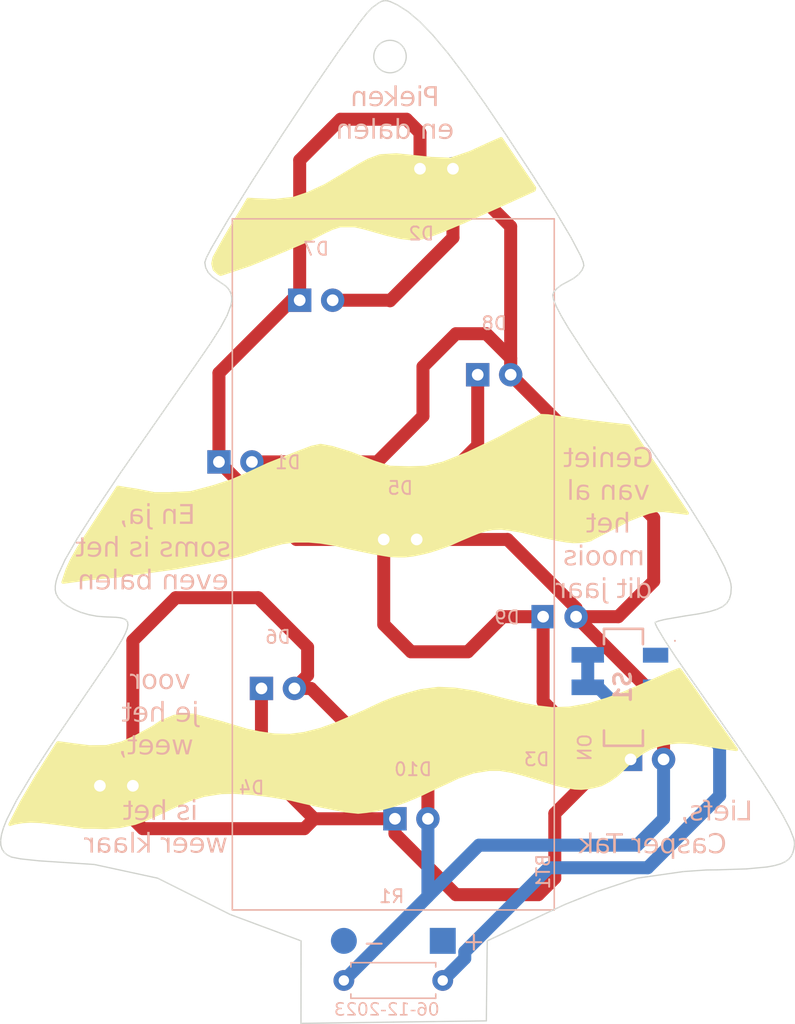
<source format=kicad_pcb>
(kicad_pcb (version 20221018) (generator pcbnew)
  (title_block (title "Christmas tree PCB") (date "2023-12-06") (rev "V0.1") (comment 1 "Casper R. Tak"))
  (layers (0 "F.Cu" signal) (31 "B.Cu" signal) (34 "B.Paste" user) (35 "F.Paste" user) (36 "B.SilkS" user "B.Silkscreen") (37 "F.SilkS" user "F.Silkscreen") (38 "B.Mask" user) (39 "F.Mask" user) (44 "Edge.Cuts" user))
  (net 0 "")
  (net 1 "Net-(BT1-+)")
  (net 2 "Net-(BT1--)")
  (net 3 "Net-(D1-A)")
  (net 4 "Net-(R1-Pad1)")
  (footprint "LED_THT:LED_D5.0mm_Clear" (layer "F.Cu") (at 126.492 78.486)
    (fp_text reference "D3" (at -7.239 0) (layer "B.SilkS") (effects (justify mirror)))
    (fp_text value "LED")
    (pad "1" thru_hole rect (at 0 0) (size 1.8 1.8) (drill 0.9) (layers "*.Cu" "*.Mask") (net 2 "Net-(BT1--)"))
    (pad "2" thru_hole circle (at 2.54 0) (size 1.8 1.8) (drill 0.9) (layers "*.Cu" "*.Mask") (net 3 "Net-(D1-A)"))
  )
  (footprint "LED_THT:LED_D5.0mm_Clear" (layer "F.Cu") (at 119.7494 67.502)
    (fp_text reference "D9" (at -2.78242 0.061984) (layer "B.SilkS") (effects (justify mirror)))
    (fp_text value "LED")
    (pad "1" thru_hole rect (at 0 0) (size 1.8 1.8) (drill 0.9) (layers "*.Cu" "*.Mask") (net 2 "Net-(BT1--)"))
    (pad "2" thru_hole circle (at 2.54 0) (size 1.8 1.8) (drill 0.9) (layers "*.Cu" "*.Mask") (net 3 "Net-(D1-A)"))
  )
  (footprint "LED_THT:LED_D5.0mm_Clear" (layer "F.Cu") (at 85.593 80.518)
    (fp_text reference "D4" (at 11.689 0.15) (layer "B.SilkS") (effects (justify mirror)))
    (fp_text value "LED")
    (pad "1" thru_hole rect (at 0 0) (size 1.8 1.8) (drill 0.9) (layers "*.Cu" "*.Mask") (net 2 "Net-(BT1--)"))
    (pad "2" thru_hole circle (at 2.54 0) (size 1.8 1.8) (drill 0.9) (layers "*.Cu" "*.Mask") (net 3 "Net-(D1-A)"))
  )
  (footprint "LED_THT:LED_D5.0mm_Clear" (layer "F.Cu") (at 98.044 73.025)
    (fp_text reference "D6" (at 1.27 -3.96) (layer "B.SilkS") (effects (justify mirror)))
    (fp_text value "LED")
    (pad "1" thru_hole rect (at 0 0) (size 1.8 1.8) (drill 0.9) (layers "*.Cu" "*.Mask") (net 2 "Net-(BT1--)"))
    (pad "2" thru_hole circle (at 2.54 0) (size 1.8 1.8) (drill 0.9) (layers "*.Cu" "*.Mask") (net 3 "Net-(D1-A)"))
  )
  (footprint "LED_THT:LED_D5.0mm_Clear" (layer "F.Cu") (at 94.7674 55.5879)
    (fp_text reference "D1" (at 5.3086 0.0381) (layer "B.SilkS") (effects (justify mirror)))
    (fp_text value "LED")
    (pad "1" thru_hole rect (at 0 0) (size 1.8 1.8) (drill 0.9) (layers "*.Cu" "*.Mask") (net 2 "Net-(BT1--)"))
    (pad "2" thru_hole circle (at 2.54 0) (size 1.8 1.8) (drill 0.9) (layers "*.Cu" "*.Mask") (net 3 "Net-(D1-A)"))
  )
  (footprint "LED_THT:LED_D5.0mm_Clear" (layer "F.Cu") (at 108.331 83.058)
    (fp_text reference "D10" (at 1.397 -3.81) (layer "B.SilkS") (effects (justify mirror)))
    (fp_text value "LED")
    (pad "1" thru_hole rect (at 0 0) (size 1.8 1.8) (drill 0.9) (layers "*.Cu" "*.Mask") (net 2 "Net-(BT1--)"))
    (pad "2" thru_hole circle (at 2.54 0) (size 1.8 1.8) (drill 0.9) (layers "*.Cu" "*.Mask") (net 3 "Net-(D1-A)"))
  )
  (footprint "LED_THT:LED_D5.0mm_Clear" (layer "F.Cu") (at 100.9904 43.1419)
    (fp_text reference "D7" (at 1.27 -3.96) (layer "B.SilkS") (effects (justify mirror)))
    (fp_text value "LED")
    (pad "1" thru_hole rect (at 0 0) (size 1.8 1.8) (drill 0.9) (layers "*.Cu" "*.Mask") (net 2 "Net-(BT1--)"))
    (pad "2" thru_hole circle (at 2.54 0) (size 1.8 1.8) (drill 0.9) (layers "*.Cu" "*.Mask") (net 3 "Net-(D1-A)"))
  )
  (footprint "LED_THT:LED_D5.0mm_Clear" (layer "F.Cu") (at 107.4674 61.5569)
    (fp_text reference "D5" (at 1.27 -3.96) (layer "B.SilkS") (effects (justify mirror)))
    (fp_text value "LED")
    (pad "1" thru_hole rect (at 0 0) (size 1.8 1.8) (drill 0.9) (layers "*.Cu" "*.Mask") (net 2 "Net-(BT1--)"))
    (pad "2" thru_hole circle (at 2.54 0) (size 1.8 1.8) (drill 0.9) (layers "*.Cu" "*.Mask") (net 3 "Net-(D1-A)"))
  )
  (footprint "LED_THT:LED_D5.0mm_Clear" (layer "F.Cu") (at 110.2614 33.02)
    (fp_text reference "D2" (at 0.1016 4.9911) (layer "B.SilkS") (effects (justify mirror)))
    (fp_text value "LED")
    (pad "1" thru_hole rect (at 0 0) (size 1.8 1.8) (drill 0.9) (layers "*.Cu" "*.Mask") (net 2 "Net-(BT1--)"))
    (pad "2" thru_hole circle (at 2.54 0) (size 1.8 1.8) (drill 0.9) (layers "*.Cu" "*.Mask") (net 3 "Net-(D1-A)"))
  )
  (footprint "LED_THT:LED_D5.0mm_Clear" (layer "F.Cu") (at 114.7094 48.877)
    (fp_text reference "D8" (at 1.27 -3.96) (layer "B.SilkS") (effects (justify mirror)))
    (fp_text value "LED")
    (pad "1" thru_hole rect (at 0 0) (size 1.8 1.8) (drill 0.9) (layers "*.Cu" "*.Mask") (net 2 "Net-(BT1--)"))
    (pad "2" thru_hole circle (at 2.54 0) (size 1.8 1.8) (drill 0.9) (layers "*.Cu" "*.Mask") (net 3 "Net-(D1-A)"))
  )
  (footprint "Battery:BatteryHolder_Keystone_2468_2xAAA" (layer "B.Cu") (at 114.554 87.376 90)
    (fp_text reference "BT1" (at 0.254 5.207 270) (layer "B.SilkS") (effects (justify mirror)))
    (fp_text value "Battery" hide)
    (fp_text user "-" (at -5.1816 -7.8232) (layer "B.SilkS") (effects (font (size 1.5 1.5)) (justify mirror)))
    (fp_text user "+" (at -5.1816 -0.254 270) (layer "B.SilkS") (effects (font (size 1.5 1.5)) (justify mirror)))
    (fp_text user "-" (at -5.1816 -7.8232) (layer "B.SilkS") (effects (font (size 1.5 1.5)) (justify mirror)))
    (fp_text user "+" (at -5.1816 -0.254 270) (layer "B.SilkS") (effects (font (size 1.5 1.5)) (justify mirror)))
    (fp_line (start -2.7 -18.755) (end 50.5 -18.755) (stroke (width 0.12)) (layer "B.SilkS"))
    (fp_line (start -2.7 6.05) (end -2.7 -18.75) (stroke (width 0.12)) (layer "B.SilkS"))
    (fp_line (start 50.5 -18.75) (end 50.5 6.05) (stroke (width 0.12)) (layer "B.SilkS"))
    (fp_line (start 50.5 6.055) (end -2.7 6.055) (stroke (width 0.12)) (layer "B.SilkS"))
    (pad "1" smd rect (at -5.08 -2.54 90) (size 2 2) (layers "B.Cu" "B.Paste" "B.Mask"))
    (pad "2" smd circle (at -5.08 -10.16 90) (size 2 2) (layers "B.Cu" "B.Paste" "B.Mask"))
  )
  (footprint "SamacSys_Parts:JS202011SCQN" (layer "B.Cu") (at 125.94 72.938 -90)
    (fp_text reference "S1" (at -0.04 0.044 90) (layer "B.SilkS") (effects (font (size 1.27 1.27) (thickness 0.254)) (justify mirror)))
    (fp_text value "JS202011SCQN" hide)
    (fp_line (start -4.5 -1.5) (end -3.323 -1.5) (stroke (width 0.2)) (layer "B.SilkS"))
    (fp_line (start -4.5 1.5) (end -4.5 -1.5) (stroke (width 0.2)) (layer "B.SilkS"))
    (fp_line (start -4.5 1.5) (end -3.323 1.5) (stroke (width 0.2)) (layer "B.SilkS"))
    (fp_line (start -3.614 -3.968) (end -3.614 -3.968) (stroke (width 0.07159)) (layer "B.SilkS"))
    (fp_line (start -3.542 -3.968) (end -3.542 -3.968) (stroke (width 0.07159)) (layer "B.SilkS"))
    (fp_line (start 4.5 -1.5) (end 3.323 -1.5) (stroke (width 0.2)) (layer "B.SilkS"))
    (fp_line (start 4.5 -1.5) (end 4.5 1.5) (stroke (width 0.2)) (layer "B.SilkS"))
    (fp_line (start 4.5 1.5) (end 3.323 1.5) (stroke (width 0.2)) (layer "B.SilkS"))
    (fp_arc (start -3.614 -3.968) (mid -3.578 -4.004) (end -3.542 -3.968) (stroke (width 0.07159)) (layer "B.SilkS"))
    (fp_arc (start -3.542 -3.968) (mid -3.578 -3.932) (end -3.614 -3.968) (stroke (width 0.07159)) (layer "B.SilkS"))
    (pad "1" smd rect (at -2.474 -2.4772 270) (size 1.148 1.9544) (layers "B.Cu" "B.Paste" "B.Mask"))
    (pad "2" smd rect (at 0 -2.75 270) (size 1.2 2.5) (layers "B.Cu" "B.Paste" "B.Mask"))
    (pad "3" smd rect (at 2.5 -2.75 270) (size 1.2 2.5) (layers "B.Cu" "B.Paste" "B.Mask"))
    (pad "4" smd rect (at 2.5 2.75 270) (size 1.2 2.5) (layers "B.Cu" "B.Paste" "B.Mask") (net 1 "Net-(BT1-+)"))
    (pad "5" smd rect (at 0 2.75 270) (size 1.2 2.5) (layers "B.Cu" "B.Paste" "B.Mask") (net 4 "Net-(R1-Pad1)"))
    (pad "6" smd rect (at -2.5 2.75 270) (size 1.2 2.5) (layers "B.Cu" "B.Paste" "B.Mask") (net 4 "Net-(R1-Pad1)"))
  )
  (footprint "Resistor_THT:R_Axial_DIN0207_L6.3mm_D2.5mm_P7.62mm_Horizontal" (layer "B.Cu") (at 112.014 95.504 180)
    (fp_text reference "R1" (at 3.937 6.477) (layer "B.SilkS") (effects (justify mirror)))
    (fp_text value "0")
    (fp_line (start 0.54 -1.37) (end 7.08 -1.37) (stroke (width 0.12)) (layer "B.SilkS"))
    (fp_line (start 0.54 -1.04) (end 0.54 -1.37) (stroke (width 0.12)) (layer "B.SilkS"))
    (fp_line (start 0.54 1.04) (end 0.54 1.37) (stroke (width 0.12)) (layer "B.SilkS"))
    (fp_line (start 0.54 1.37) (end 7.08 1.37) (stroke (width 0.12)) (layer "B.SilkS"))
    (fp_line (start 7.08 -1.37) (end 7.08 -1.04) (stroke (width 0.12)) (layer "B.SilkS"))
    (fp_line (start 7.08 1.37) (end 7.08 1.04) (stroke (width 0.12)) (layer "B.SilkS"))
    (pad "1" thru_hole circle (at 0 0 180) (size 1.6 1.6) (drill 0.8) (layers "*.Cu" "*.Mask") (net 4 "Net-(R1-Pad1)"))
    (pad "2" thru_hole oval (at 7.62 0 180) (size 1.6 1.6) (drill 0.8) (layers "*.Cu" "*.Mask") (net 3 "Net-(D1-A)"))
  )
  (gr_line (start 107.517155 20.080809) (end 107.718021 20.085205) (stroke (width 0.1)) (layer "Edge.Cuts"))
  (gr_line (start 115.373525 98.615004) (end 108.229775 98.710505) (stroke (width 0.1)) (layer "Edge.Cuts"))
  (gr_line (start 137.016199 86.76667) (end 135.434568 86.915738) (stroke (width 0.1)) (layer "Edge.Cuts"))
  (gr_line (start 86.85029 67.548731) (end 85.993447 67.516543) (stroke (width 0.1)) (layer "Edge.Cuts"))
  (gr_line (start 122.652776 39.747479) (end 122.839028 40.209685) (stroke (width 0.1)) (layer "Edge.Cuts"))
  (gr_line (start 133.73338 63.670672) (end 134.119449 64.608967) (stroke (width 0.1)) (layer "Edge.Cuts"))
  (gr_line (start 95.269146 42.033181) (end 94.733796 41.667183) (stroke (width 0.1)) (layer "Edge.Cuts"))
  (gr_line (start 95.747545 43.221208) (end 95.755169 42.933175) (stroke (width 0.1)) (layer "Edge.Cuts"))
  (gr_line (start 79.513647 86.148962) (end 78.786262 86.008245) (stroke (width 0.1)) (layer "Edge.Cuts"))
  (gr_line (start 84.734574 67.346988) (end 84.134238 67.169252) (stroke (width 0.1)) (layer "Edge.Cuts"))
  (gr_line (start 107.718021 20.085205) (end 107.938793 20.141735) (stroke (width 0.1)) (layer "Edge.Cuts"))
  (gr_line (start 138.986479 85.689199) (end 138.859415 85.947523) (stroke (width 0.1)) (layer "Edge.Cuts"))
  (gr_line (start 83.090232 66.674524) (end 82.685947 66.376195) (stroke (width 0.1)) (layer "Edge.Cuts"))
  (gr_line (start 132.334 86.998079) (end 130.556 87.122) (stroke (width 0.1)) (layer "Edge.Cuts"))
  (gr_line (start 87.727433 67.919845) (end 87.620352 67.76372) (stroke (width 0.1)) (layer "Edge.Cuts"))
  (gr_line (start 134.247136 65.24431) (end 134.215965 65.730494) (stroke (width 0.1)) (layer "Edge.Cuts"))
  (gr_line (start 125.73843 51.26398) (end 129.515102 56.739782) (stroke (width 0.1)) (layer "Edge.Cuts"))
  (gr_line (start 120.779001 43.645214) (end 121.155962 44.36525) (stroke (width 0.1)) (layer "Edge.Cuts"))
  (gr_line (start 138.408814 86.362944) (end 138.055206 86.524529) (stroke (width 0.1)) (layer "Edge.Cuts"))
  (gr_line (start 94.871891 45.279882) (end 95.39468 44.313487) (stroke (width 0.1)) (layer "Edge.Cuts"))
  (gr_line (start 134.119449 64.608967) (end 134.215309 64.964045) (stroke (width 0.1)) (layer "Edge.Cuts"))
  (gr_line (start 80.324816 79.706022) (end 81.893004 77.304402) (stroke (width 0.1)) (layer "Edge.Cuts"))
  (gr_line (start 133.586126 66.723865) (end 133.129796 66.942146) (stroke (width 0.1)) (layer "Edge.Cuts"))
  (gr_line (start 79.17146 81.630447) (end 80.324816 79.706022) (stroke (width 0.1)) (layer "Edge.Cuts"))
  (gr_line (start 122.839028 40.209685) (end 122.88625 40.479702) (stroke (width 0.1)) (layer "Edge.Cuts"))
  (gr_line (start 113.737283 25.861279) (end 115.246459 27.982725) (stroke (width 0.1)) (layer "Edge.Cuts"))
  (gr_line (start 78.40891 83.132352) (end 79.17146 81.630447) (stroke (width 0.1)) (layer "Edge.Cuts"))
  (gr_line (start 139.053337 84.562717) (end 139.114111 84.841875) (stroke (width 0.1)) (layer "Edge.Cuts"))
  (gr_line (start 128.407076 68.06844) (end 128.541553 68.352071) (stroke (width 0.1)) (layer "Edge.Cuts"))
  (gr_line (start 95.631 90.424) (end 90.043 87.63) (stroke (width 0.1)) (layer "Edge.Cuts"))
  (gr_line (start 82.362486 64.307824) (end 82.902586 63.133449) (stroke (width 0.1)) (layer "Edge.Cuts"))
  (gr_line (start 129.166681 67.704582) (end 128.640134 67.834991) (stroke (width 0.1)) (layer "Edge.Cuts"))
  (gr_line (start 101.094987 92.456) (end 95.631 90.424) (stroke (width 0.1)) (layer "Edge.Cuts"))
  (gr_line (start 134.215965 65.730494) (end 134.108928 66.130705) (stroke (width 0.1)) (layer "Edge.Cuts"))
  (gr_line (start 84.134238 67.169252) (end 83.57956 66.941987) (stroke (width 0.1)) (layer "Edge.Cuts"))
  (gr_line (start 139.114111 84.841875) (end 139.119308 85.0601) (stroke (width 0.1)) (layer "Edge.Cuts"))
  (gr_line (start 121.412 89.662) (end 115.443 92.456) (stroke (width 0.1)) (layer "Edge.Cuts"))
  (gr_line (start 122.49061 41.1468) (end 122.1066 41.456702) (stroke (width 0.1)) (layer "Edge.Cuts"))
  (gr_line (start 93.091017 47.957394) (end 94.10735 46.481702) (stroke (width 0.1)) (layer "Edge.Cuts"))
  (gr_line (start 129.515102 56.739782) (end 130.979791 58.96398) (stroke (width 0.1)) (layer "Edge.Cuts"))
  (gr_line (start 139.068098 85.39414) (end 138.986479 85.689199) (stroke (width 0.1)) (layer "Edge.Cuts"))
  (gr_line (start 135.434568 86.915738) (end 133.190033 86.989686) (stroke (width 0.1)) (layer "Edge.Cuts"))
  (gr_line (start 132.516469 67.125115) (end 131.725863 67.285438) (stroke (width 0.1)) (layer "Edge.Cuts"))
  (gr_line (start 87.32627 69.233369) (end 87.557093 68.781631) (stroke (width 0.1)) (layer "Edge.Cuts"))
  (gr_line (start 138.211242 82.767612) (end 138.75641 83.807774) (stroke (width 0.1)) (layer "Edge.Cuts"))
  (gr_line (start 106.569042 20.623574) (end 107.106398 20.23622) (stroke (width 0.1)) (layer "Edge.Cuts"))
  (gr_line (start 85.993447 67.516543) (end 85.360874 67.465862) (stroke (width 0.1)) (layer "Edge.Cuts"))
  (gr_line (start 131.725863 67.285438) (end 130.737695 67.435779) (stroke (width 0.1)) (layer "Edge.Cuts"))
  (gr_line (start 108.508797 20.403393) (end 109.342444 20.930297) (stroke (width 0.1)) (layer "Edge.Cuts"))
  (gr_line (start 87.436432 67.656494) (end 87.178726 67.588165) (stroke (width 0.1)) (layer "Edge.Cuts"))
  (gr_line (start 107.319009 20.130497) (end 107.517155 20.080809) (stroke (width 0.1)) (layer "Edge.Cuts"))
  (gr_line (start 80.912621 86.295416) (end 79.513647 86.148962) (stroke (width 0.1)) (layer "Edge.Cuts"))
  (gr_line (start 85.267149 59.272063) (end 87.233761 56.352918) (stroke (width 0.1)) (layer "Edge.Cuts"))
  (gr_line (start 93.940494 41.007503) (end 93.743241 40.633823) (stroke (width 0.1)) (layer "Edge.Cuts"))
  (gr_line (start 122.75971 40.812035) (end 122.49061 41.1468) (stroke (width 0.1)) (layer "Edge.Cuts"))
  (gr_line (start 93.807411 39.855057) (end 94.175399 39.142082) (stroke (width 0.1)) (layer "Edge.Cuts"))
  (gr_line (start 87.178726 67.588165) (end 86.85029 67.548731) (stroke (width 0.1)) (layer "Edge.Cuts"))
  (gr_line (start 95.709886 42.675162) (end 95.612951 42.442362) (stroke (width 0.1)) (layer "Edge.Cuts"))
  (gr_line (start 82.902586 63.133449) (end 83.847116 61.493551) (stroke (width 0.1)) (layer "Edge.Cuts"))
  (gr_line (start 130.979791 58.96398) (end 132.16806 60.855588) (stroke (width 0.1)) (layer "Edge.Cuts"))
  (gr_line (start 78.01314 84.266409) (end 78.166679 83.741944) (stroke (width 0.1)) (layer "Edge.Cuts"))
  (gr_line (start 136.307033 79.721001) (end 137.400545 81.414574) (stroke (width 0.1)) (layer "Edge.Cuts"))
  (gr_line (start 133.129796 66.942146) (end 132.516469 67.125115) (stroke (width 0.1)) (layer "Edge.Cuts"))
  (gr_line (start 139.119308 85.0601) (end 139.068098 85.39414) (stroke (width 0.1)) (layer "Edge.Cuts"))
  (gr_line (start 82.221887 64.75671) (end 82.362486 64.307824) (stroke (width 0.1)) (layer "Edge.Cuts"))
  (gr_line (start 97.395174 33.867902) (end 99.609344 30.453326) (stroke (width 0.1)) (layer "Edge.Cuts"))
  (gr_line (start 95.465619 42.229971) (end 95.269146 42.033181) (stroke (width 0.1)) (layer "Edge.Cuts"))
  (gr_line (start 94.175399 39.142082) (end 95.499209 36.892893) (stroke (width 0.1)) (layer "Edge.Cuts"))
  (gr_line (start 130.016249 70.685711) (end 131.156738 72.320501) (stroke (width 0.1)) (layer "Edge.Cuts"))
  (gr_line (start 109.342444 20.930297) (end 110.253035 21.702966) (stroke (width 0.1)) (layer "Edge.Cuts"))
  (gr_line (start 134.913419 77.659237) (end 136.307033 79.721001) (stroke (width 0.1)) (layer "Edge.Cuts"))
  (gr_line (start 87.698858 68.418799) (end 87.75462 68.134871) (stroke (width 0.1)) (layer "Edge.Cuts"))
  (gr_line (start 123.328007 47.783245) (end 125.73843 51.26398) (stroke (width 0.1)) (layer "Edge.Cuts"))
  (gr_line (start 130.556 87.122) (end 127 87.63) (stroke (width 0.1)) (layer "Edge.Cuts"))
  (gr_line (start 95.612951 42.442362) (end 95.465619 42.229971) (stroke (width 0.1)) (layer "Edge.Cuts"))
  (gr_line (start 85.360874 67.465862) (end 84.734574 67.346988) (stroke (width 0.1)) (layer "Edge.Cuts"))
  (gr_line (start 78.470715 85.851025) (end 78.225842 85.649682) (stroke (width 0.1)) (layer "Edge.Cuts"))
  (gr_line (start 86.58523 70.443568) (end 87.32627 69.233369) (stroke (width 0.1)) (layer "Edge.Cuts"))
  (gr_line (start 93.743241 40.633823) (end 93.677695 40.22925) (stroke (width 0.1)) (layer "Edge.Cuts"))
  (gr_line (start 131.156738 72.320501) (end 134.913419 77.659237) (stroke (width 0.1)) (layer "Edge.Cuts"))
  (gr_line (start 81.893004 77.304402) (end 83.90005 74.370914) (stroke (width 0.1)) (layer "Edge.Cuts"))
  (gr_line (start 129.114248 69.314996) (end 130.016249 70.685711) (stroke (width 0.1)) (layer "Edge.Cuts"))
  (gr_line (start 128.541553 68.352071) (end 129.114248 69.314996) (stroke (width 0.1)) (layer "Edge.Cuts"))
  (gr_line (start 95.685759 43.544067) (end 95.747545 43.221208) (stroke (width 0.1)) (layer "Edge.Cuts"))
  (gr_line (start 121.635331 41.71445) (end 121.190155 41.951636) (stroke (width 0.1)) (layer "Edge.Cuts"))
  (gr_line (start 82.685947 66.376195) (end 82.386398 66.056331) (stroke (width 0.1)) (layer "Edge.Cuts"))
  (gr_line (start 134.215309 64.964045) (end 134.247136 65.24431) (stroke (width 0.1)) (layer "Edge.Cuts"))
  (gr_line (start 118.960934 33.548059) (end 120.640791 36.194551) (stroke (width 0.1)) (layer "Edge.Cuts"))
  (gr_line (start 137.400545 81.414574) (end 138.211242 82.767612) (stroke (width 0.1)) (layer "Edge.Cuts"))
  (gr_circle (center 107.95 24.384) (end 108.458 23.241) (stroke (width 0.1)) (fill none) (layer "Edge.Cuts"))
  (gr_line (start 95.499209 36.892893) (end 97.395174 33.867902) (stroke (width 0.1)) (layer "Edge.Cuts"))
  (gr_line (start 127 87.63) (end 123.952 88.646) (stroke (width 0.1)) (layer "Edge.Cuts"))
  (gr_line (start 83.90005 74.370914) (end 86.58523 70.443568) (stroke (width 0.1)) (layer "Edge.Cuts"))
  (gr_line (start 99.609344 30.453326) (end 101.887767 27.035387) (stroke (width 0.1)) (layer "Edge.Cuts"))
  (gr_line (start 83.57956 66.941987) (end 83.090232 66.674524) (stroke (width 0.1)) (layer "Edge.Cuts"))
  (gr_line (start 87.233761 56.352918) (end 93.091017 47.957394) (stroke (width 0.1)) (layer "Edge.Cuts"))
  (gr_line (start 82.211277 65.724265) (end 82.155166 65.450423) (stroke (width 0.1)) (layer "Edge.Cuts"))
  (gr_line (start 82.386398 66.056331) (end 82.211277 65.724265) (stroke (width 0.1)) (layer "Edge.Cuts"))
  (gr_line (start 87.557093 68.781631) (end 87.698858 68.418799) (stroke (width 0.1)) (layer "Edge.Cuts"))
  (gr_line (start 122.1066 41.456702) (end 121.635331 41.71445) (stroke (width 0.1)) (layer "Edge.Cuts"))
  (gr_line (start 138.75641 83.807774) (end 139.053337 84.562717) (stroke (width 0.1)) (layer "Edge.Cuts"))
  (gr_line (start 108.229775 98.710505) (end 101.086025 98.806) (stroke (width 0.1)) (layer "Edge.Cuts"))
  (gr_line (start 138.671872 86.171357) (end 138.408814 86.362944) (stroke (width 0.1)) (layer "Edge.Cuts"))
  (gr_line (start 120.825595 42.224394) (end 120.579271 42.499015) (stroke (width 0.1)) (layer "Edge.Cuts"))
  (gr_line (start 121.700133 45.284678) (end 123.328007 47.783245) (stroke (width 0.1)) (layer "Edge.Cuts"))
  (gr_line (start 115.246459 27.982725) (end 116.977982 30.532794) (stroke (width 0.1)) (layer "Edge.Cuts"))
  (gr_line (start 110.253035 21.702966) (end 111.269652 22.757972) (stroke (width 0.1)) (layer "Edge.Cuts"))
  (gr_line (start 101.887767 27.035387) (end 103.976492 24.000302) (stroke (width 0.1)) (layer "Edge.Cuts"))
  (gr_line (start 94.10735 46.481702) (end 94.871891 45.279882) (stroke (width 0.1)) (layer "Edge.Cuts"))
  (gr_line (start 101.094987 92.456) (end 101.089012 98.806) (stroke (width 0.1)) (layer "Edge.Cuts"))
  (gr_line (start 128.388982 67.94065) (end 128.407076 68.06844) (stroke (width 0.1)) (layer "Edge.Cuts"))
  (gr_line (start 134.108928 66.130705) (end 133.905742 66.457607) (stroke (width 0.1)) (layer "Edge.Cuts"))
  (gr_line (start 77.960126 85.087295) (end 77.94529 84.712582) (stroke (width 0.1)) (layer "Edge.Cuts"))
  (gr_line (start 120.640791 36.194551) (end 121.887848 38.29006) (stroke (width 0.1)) (layer "Edge.Cuts"))
  (gr_line (start 115.443 92.456) (end 115.373525 98.615004) (stroke (width 0.1)) (layer "Edge.Cuts"))
  (gr_line (start 82.155166 65.450423) (end 82.155741 65.13274) (stroke (width 0.1)) (layer "Edge.Cuts"))
  (gr_line (start 121.155962 44.36525) (end 121.700133 45.284678) (stroke (width 0.1)) (layer "Edge.Cuts"))
  (gr_line (start 120.488803 42.741789) (end 120.559773 43.109189) (stroke (width 0.1)) (layer "Edge.Cuts"))
  (gr_line (start 93.677695 40.22925) (end 93.807411 39.855057) (stroke (width 0.1)) (layer "Edge.Cuts"))
  (gr_line (start 122.88625 40.479702) (end 122.75971 40.812035) (stroke (width 0.1)) (layer "Edge.Cuts"))
  (gr_line (start 77.94529 84.712582) (end 78.01314 84.266409) (stroke (width 0.1)) (layer "Edge.Cuts"))
  (gr_line (start 121.887848 38.29006) (end 122.652776 39.747479) (stroke (width 0.1)) (layer "Edge.Cuts"))
  (gr_line (start 121.190155 41.951636) (end 120.825595 42.224394) (stroke (width 0.1)) (layer "Edge.Cuts"))
  (gr_line (start 87.75462 68.134871) (end 87.727433 67.919845) (stroke (width 0.1)) (layer "Edge.Cuts"))
  (gr_line (start 123.952 88.646) (end 121.412 89.662) (stroke (width 0.1)) (layer "Edge.Cuts"))
  (gr_line (start 132.16806 60.855588) (end 133.08442 62.422016) (stroke (width 0.1)) (layer "Edge.Cuts"))
  (gr_line (start 94.733796 41.667183) (end 94.270372 41.351539) (stroke (width 0.1)) (layer "Edge.Cuts"))
  (gr_line (start 90.043 87.63) (end 85.162473 86.576134) (stroke (width 0.1)) (layer "Edge.Cuts"))
  (gr_line (start 105.621567 21.734291) (end 106.198376 21.010382) (stroke (width 0.1)) (layer "Edge.Cuts"))
  (gr_line (start 120.559773 43.109189) (end 120.779001 43.645214) (stroke (width 0.1)) (layer "Edge.Cuts"))
  (gr_line (start 78.225842 85.649682) (end 78.054644 85.397384) (stroke (width 0.1)) (layer "Edge.Cuts"))
  (gr_line (start 116.977982 30.532794) (end 118.960934 33.548059) (stroke (width 0.1)) (layer "Edge.Cuts"))
  (gr_line (start 133.905742 66.457607) (end 133.586126 66.723865) (stroke (width 0.1)) (layer "Edge.Cuts"))
  (gr_line (start 82.155741 65.13274) (end 82.221887 64.75671) (stroke (width 0.1)) (layer "Edge.Cuts"))
  (gr_line (start 85.162473 86.576134) (end 80.912621 86.295416) (stroke (width 0.1)) (layer "Edge.Cuts"))
  (gr_line (start 106.198376 21.010382) (end 106.569042 20.623574) (stroke (width 0.1)) (layer "Edge.Cuts"))
  (gr_line (start 130.737695 67.435779) (end 129.166681 67.704582) (stroke (width 0.1)) (layer "Edge.Cuts"))
  (gr_line (start 83.847116 61.493551) (end 85.267149 59.272063) (stroke (width 0.1)) (layer "Edge.Cuts"))
  (gr_line (start 133.08442 62.422016) (end 133.73338 63.670672) (stroke (width 0.1)) (layer "Edge.Cuts"))
  (gr_line (start 128.640134 67.834991) (end 128.388982 67.94065) (stroke (width 0.1)) (layer "Edge.Cuts"))
  (gr_line (start 133.190033 86.989686) (end 132.334 86.998079) (stroke (width 0.1)) (layer "Edge.Cuts"))
  (gr_line (start 87.620352 67.76372) (end 87.436432 67.656494) (stroke (width 0.1)) (layer "Edge.Cuts"))
  (gr_line (start 138.859415 85.947523) (end 138.671872 86.171357) (stroke (width 0.1)) (layer "Edge.Cuts"))
  (gr_line (start 78.054644 85.397384) (end 77.960126 85.087295) (stroke (width 0.1)) (layer "Edge.Cuts"))
  (gr_line (start 78.786262 86.008245) (end 78.470715 85.851025) (stroke (width 0.1)) (layer "Edge.Cuts"))
  (gr_line (start 94.270372 41.351539) (end 93.940494 41.007503) (stroke (width 0.1)) (layer "Edge.Cuts"))
  (gr_line (start 107.938793 20.141735) (end 108.508797 20.403393) (stroke (width 0.1)) (layer "Edge.Cuts"))
  (gr_line (start 103.976492 24.000302) (end 105.621567 21.734291) (stroke (width 0.1)) (layer "Edge.Cuts"))
  (gr_line (start 111.269652 22.757972) (end 112.421374 24.131886) (stroke (width 0.1)) (layer "Edge.Cuts"))
  (gr_line (start 78.166679 83.741944) (end 78.40891 83.132352) (stroke (width 0.1)) (layer "Edge.Cuts"))
  (gr_line (start 112.421374 24.131886) (end 113.737283 25.861279) (stroke (width 0.1)) (layer "Edge.Cuts"))
  (gr_line (start 95.755169 42.933175) (end 95.709886 42.675162) (stroke (width 0.1)) (layer "Edge.Cuts"))
  (gr_line (start 107.106398 20.23622) (end 107.319009 20.130497) (stroke (width 0.1)) (layer "Edge.Cuts"))
  (gr_line (start 137.596013 86.658356) (end 137.016199 86.76667) (stroke (width 0.1)) (layer "Edge.Cuts"))
  (gr_line (start 120.579271 42.499015) (end 120.488803 42.741789) (stroke (width 0.1)) (layer "Edge.Cuts"))
  (gr_line (start 138.055206 86.524529) (end 137.596013 86.658356) (stroke (width 0.1)) (layer "Edge.Cuts"))
  (gr_line (start 95.39468 44.313487) (end 95.685759 43.544067) (stroke (width 0.1)) (layer "Edge.Cuts"))
  (gr_text "Geniet \nvan al \nhet \nmoois\ndit jaar" (at 124.4346 60.4012) (layer "B.SilkS") (effects (font (size 1.5 1.5) (thickness 0.3)) (justify mirror)))
  (gr_text "Pieken\nen dalen" (at 108.331 28.829) (layer "B.SilkS") (effects (font (size 1.5 1.5) (thickness 0.3)) (justify mirror)))
  (gr_text "voor \nje het \nweet,\n\nis het \nweer klaar" (at 89.916 78.74) (layer "B.SilkS") (effects (font (size 1.5 1.5) (thickness 0.3)) (justify mirror)))
  (gr_text "En ja, \nsoms is het\neven balen\n" (at 89.6874 62.2554) (layer "B.SilkS") (effects (font (size 1.5 1.5) (thickness 0.3)) (justify mirror)))
  (gr_text "06-12-2023\n" (at 111.76 97.79) (layer "B.SilkS") (effects (font (size 1 1) (thickness 0.25)) (justify left mirror)))
  (gr_text "Liefs,\n   Casper Tak\n" (at 135.89 83.82) (layer "B.SilkS") (effects (font (size 1.5 1.5) (thickness 0.3)) (justify left mirror)))
  (gr_text "ON\n" (at 123.5456 76.4286 90) (layer "B.SilkS") (effects (font (size 1 1)) (justify left bottom mirror)))
  (segment (start 85.598 80.518) (end 88.9 83.82) (width 1) (layer "F.Cu") (net 2))
  (segment (start 109.5756 70.2056) (end 113.9444 70.2056) (width 1) (layer "F.Cu") (net 2))
  (segment (start 94.7674 48.7426) (end 94.7674 55.5879) (width 1) (layer "F.Cu") (net 2))
  (segment (start 120.65 82.6516) (end 124.8156 78.486) (width 1) (layer "F.Cu") (net 2))
  (segment (start 100.3681 43.1419) (end 94.7674 48.7426) (width 1) (layer "F.Cu") (net 2))
  (segment (start 85.593 80.518) (end 85.598 80.518) (width 1) (layer "F.Cu") (net 2))
  (segment (start 108.331 84.201) (end 113.03 88.9) (width 1) (layer "F.Cu") (net 2))
  (segment (start 114.7094 48.877) (end 114.7094 54.3149) (width 1) (layer "F.Cu") (net 2))
  (segment (start 100.9904 43.1419) (end 100.3681 43.1419) (width 1) (layer "F.Cu") (net 2))
  (segment (start 98.044 73.025) (end 98.044 78.994) (width 1) (layer "F.Cu") (net 2))
  (segment (start 101.346 83.82) (end 102.108 83.058) (width 1) (layer "F.Cu") (net 2))
  (segment (start 119.7494 74.0294) (end 119.7494 67.502) (width 1) (layer "F.Cu") (net 2))
  (segment (start 110.2614 30.2514) (end 109.22 29.21) (width 1) (layer "F.Cu") (net 2))
  (segment (start 107.4674 68.0974) (end 109.5756 70.2056) (width 1) (layer "F.Cu") (net 2))
  (segment (start 119.38 88.9) (end 120.65 87.63) (width 1) (layer "F.Cu") (net 2))
  (segment (start 126.492 78.486) (end 124.206 78.486) (width 1) (layer "F.Cu") (net 2))
  (segment (start 88.9 83.82) (end 101.346 83.82) (width 1) (layer "F.Cu") (net 2))
  (segment (start 124.8156 78.486) (end 126.492 78.486) (width 1) (layer "F.Cu") (net 2))
  (segment (start 114.7094 54.3149) (end 107.4674 61.5569) (width 1) (layer "F.Cu") (net 2))
  (segment (start 100.9904 32.3596) (end 100.9904 43.1419) (width 1) (layer "F.Cu") (net 2))
  (segment (start 107.4674 61.5569) (end 100.7364 61.5569) (width 1) (layer "F.Cu") (net 2))
  (segment (start 120.65 87.63) (end 120.65 82.6516) (width 1) (layer "F.Cu") (net 2))
  (segment (start 113.03 88.9) (end 119.38 88.9) (width 1) (layer "F.Cu") (net 2))
  (segment (start 108.331 83.058) (end 108.331 84.201) (width 1) (layer "F.Cu") (net 2))
  (segment (start 113.9444 70.2056) (end 116.648 67.502) (width 1) (layer "F.Cu") (net 2))
  (segment (start 107.4674 61.5569) (end 107.4674 68.0974) (width 1) (layer "F.Cu") (net 2))
  (segment (start 116.648 67.502) (end 119.7494 67.502) (width 1) (layer "F.Cu") (net 2))
  (segment (start 98.044 78.994) (end 102.108 83.058) (width 1) (layer "F.Cu") (net 2))
  (segment (start 110.2614 33.02) (end 110.2614 30.2514) (width 1) (layer "F.Cu") (net 2))
  (segment (start 109.22 29.21) (end 104.14 29.21) (width 1) (layer "F.Cu") (net 2))
  (segment (start 104.14 29.21) (end 100.9904 32.3596) (width 1) (layer "F.Cu") (net 2))
  (segment (start 102.108 83.058) (end 108.331 83.058) (width 1) (layer "F.Cu") (net 2))
  (segment (start 100.7364 61.5569) (end 94.7674 55.5879) (width 1) (layer "F.Cu") (net 2))
  (segment (start 124.206 78.486) (end 119.7494 74.0294) (width 1) (layer "F.Cu") (net 2))
  (segment (start 110.871 79.121) (end 110.871 83.058) (width 1) (layer "F.Cu") (net 3))
  (segment (start 105.031792 76.2) (end 107.95 76.2) (width 1) (layer "F.Cu") (net 3))
  (segment (start 97.79 66.04) (end 101.6 69.85) (width 1) (layer "F.Cu") (net 3))
  (segment (start 107.9119 43.1419) (end 103.5304 43.1419) (width 1) (layer "F.Cu") (net 3))
  (segment (start 112.8014 33.02) (end 112.8014 38.3286) (width 1) (layer "F.Cu") (net 3))
  (segment (start 117.2494 48.877) (end 128.27 59.8976) (width 1) (layer "F.Cu") (net 3))
  (segment (start 125.538 67.502) (end 122.2894 67.502) (width 1) (layer "F.Cu") (net 3))
  (segment (start 110.0074 61.5569) (end 117.0043 61.5569) (width 1) (layer "F.Cu") (net 3))
  (segment (start 110.49 52.07) (end 110.49 48.26) (width 1) (layer "F.Cu") (net 3))
  (segment (start 101.856792 73.025) (end 105.031792 76.2) (width 1) (layer "F.Cu") (net 3))
  (segment (start 128.27 59.8976) (end 128.27 64.77) (width 1) (layer "F.Cu") (net 3))
  (segment (start 101.6 69.85) (end 101.6 72.009) (width 1) (layer "F.Cu") (net 3))
  (segment (start 117.2494 37.468) (end 117.2494 48.877) (width 1) (layer "F.Cu") (net 3))
  (segment (start 107.95 76.2) (end 110.871 79.121) (width 1) (layer "F.Cu") (net 3))
  (segment (start 100.584 73.025) (end 101.856792 73.025) (width 1) (layer "F.Cu") (net 3))
  (segment (start 129.032 74.2446) (end 129.032 78.486) (width 1) (layer "F.Cu") (net 3))
  (segment (start 117.2494 47.604208) (end 117.2494 48.877) (width 1) (layer "F.Cu") (net 3))
  (segment (start 88.133 69.347) (end 91.44 66.04) (width 1) (layer "F.Cu") (net 3))
  (segment (start 107.95 43.18) (end 107.9119 43.1419) (width 1) (layer "F.Cu") (net 3))
  (segment (start 112.8014 33.02) (end 117.2494 37.468) (width 1) (layer "F.Cu") (net 3))
  (segment (start 106.9721 55.5879) (end 110.49 52.07) (width 1) (layer "F.Cu") (net 3))
  (segment (start 91.44 66.04) (end 97.79 66.04) (width 1) (layer "F.Cu") (net 3))
  (segment (start 115.365192 45.72) (end 117.2494 47.604208) (width 1) (layer "F.Cu") (net 3))
  (segment (start 122.2894 67.502) (end 129.032 74.2446) (width 1) (layer "F.Cu") (net 3))
  (segment (start 122.2894 66.842) (end 122.2894 67.502) (width 1) (layer "F.Cu") (net 3))
  (segment (start 113.03 45.72) (end 115.365192 45.72) (width 1) (layer "F.Cu") (net 3))
  (segment (start 110.49 48.26) (end 113.03 45.72) (width 1) (layer "F.Cu") (net 3))
  (segment (start 88.133 80.518) (end 88.133 69.347) (width 1) (layer "F.Cu") (net 3))
  (segment (start 97.3074 55.5879) (end 106.9721 55.5879) (width 1) (layer "F.Cu") (net 3))
  (segment (start 112.8014 38.3286) (end 107.95 43.18) (width 1) (layer "F.Cu") (net 3))
  (segment (start 128.27 64.77) (end 125.538 67.502) (width 1) (layer "F.Cu") (net 3))
  (segment (start 117.0043 61.5569) (end 122.2894 66.842) (width 1) (layer "F.Cu") (net 3))
  (segment (start 101.6 72.009) (end 100.584 73.025) (width 1) (layer "F.Cu") (net 3))
  (segment (start 127 85.09) (end 129.032 83.058) (width 1) (layer "B.Cu") (net 3))
  (segment (start 114.808 85.09) (end 127 85.09) (width 1) (layer "B.Cu") (net 3))
  (segment (start 104.394 95.504) (end 110.871 89.027) (width 1) (layer "B.Cu") (net 3))
  (segment (start 110.871 89.027) (end 110.871 83.058) (width 1) (layer "B.Cu") (net 3))
  (segment (start 104.394 95.504) (end 114.808 85.09) (width 1) (layer "B.Cu") (net 3))
  (segment (start 129.032 83.058) (end 129.032 78.486) (width 1) (layer "B.Cu") (net 3))
  (segment (start 113.714 93.804) (end 113.714 93.296) (width 1) (layer "B.Cu") (net 4))
  (segment (start 126.8776 76.738) (end 125.73 75.5904) (width 1) (layer "B.Cu") (net 4))
  (segment (start 120.180923 86.829077) (end 127.800923 86.829077) (width 1) (layer "B.Cu") (net 4))
  (segment (start 112.014 95.504) (end 113.714 93.804) (width 1) (layer "B.Cu") (net 4))
  (segment (start 133.35 81.28) (end 133.35 77.47) (width 1) (layer "B.Cu") (net 4))
  (segment (start 123.992 72.938) (end 123.19 72.938) (width 1) (layer "B.Cu") (net 4))
  (segment (start 125.73 74.676) (end 123.992 72.938) (width 1) (layer "B.Cu") (net 4))
  (segment (start 125.73 75.5904) (end 125.73 74.676) (width 1) (layer "B.Cu") (net 4))
  (segment (start 133.35 77.47) (end 132.618 76.738) (width 1) (layer "B.Cu") (net 4))
  (segment (start 123.19 70.438) (end 123.19 72.938) (width 1) (layer "B.Cu") (net 4))
  (segment (start 127.800923 86.829077) (end 133.35 81.28) (width 1) (layer "B.Cu") (net 4))
  (segment (start 113.714 93.296) (end 120.180923 86.829077) (width 1) (layer "B.Cu") (net 4))
  (segment (start 132.618 76.738) (end 126.8776 76.738) (width 1) (layer "B.Cu") (net 4))
  (zone (net 0) (net_name "") (layer "F.SilkS") (connect_pads (clearance 0.508)) (min_thickness 0.254) (fill yes (thermal_gap 0.508) (thermal_bridge_width 0.508))
    (polygon (pts (xy 82.6135 64.8589) (xy 82.9564 63.8302) (xy 83.2993 63.0809) (xy 83.8327 62.1411) (xy 86.9188 57.404) (xy 87.5284 57.5056) (xy 88.4428 57.6453) (xy 89.8017 57.912) (xy 90.9574 57.912) (xy 92.583 57.8358) (xy 94.2594 57.3913) (xy 95.7199 56.9214) (xy 96.9518 56.388) (xy 98.4758 55.6768) (xy 100.8634 54.7243) (xy 101.8794 54.3433) (xy 102.5906 54.1909) (xy 103.505 54.356) (xy 104.9655 54.8005) (xy 106.7054 55.4736) (xy 107.95 55.88) (xy 109.4359 55.9181) (xy 110.6932 55.88) (xy 112.014 55.5625) (xy 113.8809 54.8259) (xy 116.2812 53.6702) (xy 118.4148 52.4891) (xy 119.0498 52.1843) (xy 119.5832 51.8922) (xy 120.142 51.9176) (xy 120.9548 52.0446) (xy 122.3645 52.2351) (xy 123.7742 52.4129) (xy 125.222 52.578) (xy 126.4158 52.705) (xy 131.0513 59.6011) (xy 130.9497 59.6773) (xy 130.0353 59.563) (xy 129.032 59.4487) (xy 128.4351 59.4614) (xy 127.9398 59.5757) (xy 127.2667 59.817) (xy 126.4285 60.1472) (xy 125.4633 60.6425) (xy 124.4219 61.1759) (xy 123.7234 61.5315) (xy 123.444 61.6966) (xy 123.0249 61.7855) (xy 122.5804 61.8363) (xy 122.0978 61.849) (xy 121.5771 61.7982) (xy 120.7516 61.6585) (xy 119.5197 61.3918) (xy 118.1989 61.0616) (xy 117.3734 60.9219) (xy 116.5479 60.8076) (xy 115.8621 60.833) (xy 115.2906 60.9473) (xy 114.7826 61.1124) (xy 114.2746 61.3156) (xy 113.4364 61.6712) (xy 112.522 62.0776) (xy 111.8108 62.3316) (xy 111.0615 62.5729) (xy 110.5662 62.6999) (xy 109.7661 62.865) (xy 109.1184 62.9412) (xy 108.5596 62.9412) (xy 107.9119 62.9158) (xy 107.4547 62.8396) (xy 106.5784 62.6872) (xy 105.7783 62.5221) (xy 104.6861 62.2935) (xy 103.6701 62.0522) (xy 102.5652 61.8744) (xy 101.6889 61.7982) (xy 100.584 61.7982) (xy 99.6569 61.9252) (xy 98.1583 62.3316) (xy 96.7105 62.8142) (xy 95.0214 63.2079) (xy 91.4146 63.8683) (xy 86.8426 64.5033) (xy 85.1027 64.6557) (xy 82.7532 64.9732) (xy 82.6135 64.9605) (xy 82.6008 64.9097)))
  )
  (zone (net 0) (net_name "") (layer "F.SilkS") (connect_pads (clearance 0.508)) (min_thickness 0.254) (fill yes (thermal_gap 0.508) (thermal_bridge_width 0.508))
    (polygon (pts (xy 94.6404 41.148) (xy 94.2975 40.8305) (xy 94.1705 40.3225) (xy 94.2721 39.8272) (xy 94.9833 38.5318) (xy 95.4913 37.6555) (xy 96.5327 35.9537) (xy 96.9518 35.2425) (xy 97.7265 35.2933) (xy 99.0473 35.3441) (xy 100.5078 35.179) (xy 101.5873 34.8107) (xy 102.9081 34.2011) (xy 104.2289 33.4137) (xy 105.5497 32.6136) (xy 106.2609 32.2326) (xy 107.1626 31.9024) (xy 108.458 31.8262) (xy 109.5502 31.9405) (xy 111.1377 32.1056) (xy 112.5855 32.1691) (xy 114.0714 31.6611) (xy 115.57 30.9753) (xy 116.5606 30.5435) (xy 119.2276 34.4678) (xy 119.1641 34.7472) (xy 117.0686 35.6997) (xy 113.665 37.2237) (xy 112.0902 37.8841) (xy 110.8964 38.3413) (xy 110.2614 38.4937) (xy 109.601 38.5318) (xy 108.7374 38.4302) (xy 107.6833 38.1889) (xy 105.9434 37.6936) (xy 105.2068 37.5285) (xy 104.7623 37.5285) (xy 104.1273 37.5285) (xy 103.5431 37.719) (xy 102.9335 37.9984) (xy 101.981 38.4937) (xy 100.457 39.1541) (xy 98.7806 39.8653) (xy 97.2439 40.5003) (xy 94.8817 41.2877)))
  )
  (zone (net 0) (net_name "") (layer "F.SilkS") (connect_pads (clearance 0.508)) (min_thickness 0.254) (fill yes (thermal_gap 0.508) (thermal_bridge_width 0.508))
    (polygon (pts (xy 78.5114 83.5152) (xy 79.4766 81.6483) (xy 80.6577 79.6417) (xy 82.2579 77.1271) (xy 82.296 77.0763) (xy 82.7278 77.1271) (xy 83.566 77.2414) (xy 84.7852 77.3938) (xy 86.0806 77.3811) (xy 87.2744 77.1017) (xy 88.3412 76.6064) (xy 89.5858 75.9333) (xy 90.2716 75.4761) (xy 91.2876 75.057) (xy 92.075 74.93) (xy 92.837 74.9681) (xy 93.6117 75.1713) (xy 95.0341 75.5523) (xy 96.9391 76.1238) (xy 97.917 76.327) (xy 99.06 76.4921) (xy 100.2157 76.5175) (xy 101.3079 76.3778) (xy 102.5652 76.0603) (xy 103.759 75.6285) (xy 105.918 74.6887) (xy 107.3277 74.0283) (xy 108.2294 73.6727) (xy 109.1184 73.3933) (xy 110.2868 73.0758) (xy 111.6711 72.898) (xy 112.9792 72.9615) (xy 114.554 73.2028) (xy 115.6462 73.4822) (xy 116.9035 73.8124) (xy 118.2116 74.1299) (xy 119.3292 74.3331) (xy 120.4468 74.4601) (xy 121.7422 74.422) (xy 123.2662 74.1553) (xy 124.6759 73.7235) (xy 125.8951 73.279) (xy 127.1397 72.7456) (xy 128.3589 72.2249) (xy 129.5654 71.6915) (xy 130.2258 71.4375) (xy 130.3274 71.4502) (xy 130.4925 71.6534) (xy 131.5974 73.1901) (xy 132.334 74.2823) (xy 133.6294 76.073) (xy 134.8359 77.7621) (xy 134.8486 77.8383) (xy 134.7597 77.8637) (xy 133.35 77.6732) (xy 132.5499 77.5462) (xy 131.9149 77.4319) (xy 131.2672 77.3176) (xy 130.6068 77.2795) (xy 130.175 77.2668) (xy 129.6416 77.3176) (xy 129.0701 77.4192) (xy 128.5748 77.5462) (xy 128.0668 77.724) (xy 127.5461 78.0034) (xy 126.873 78.4987) (xy 126.365 78.9559) (xy 126.0602 79.2607) (xy 125.5268 79.7687) (xy 124.9426 80.1878) (xy 124.2822 80.5434) (xy 123.6472 80.7085) (xy 123.2027 80.7847) (xy 122.6947 80.8355) (xy 122.174 80.8101) (xy 121.5644 80.7085) (xy 120.7262 80.518) (xy 119.2784 80.0735) (xy 118.1608 79.7433) (xy 117.3226 79.5274) (xy 116.3955 79.375) (xy 115.5954 79.375) (xy 114.4143 79.5655) (xy 113.2459 79.9592) (xy 112.4204 80.3529) (xy 111.0615 80.9752) (xy 110.2741 81.3562) (xy 109.2454 81.788) (xy 108.2167 82.1563) (xy 106.934 82.4992) (xy 106.0958 82.6135) (xy 105.4862 82.677) (xy 104.5337 82.5754) (xy 103.5431 82.3849) (xy 102.2858 82.1309) (xy 101.2698 81.9023) (xy 100.3046 81.6737) (xy 98.8314 81.4197) (xy 97.3201 81.2292) (xy 95.9358 81.1403) (xy 94.9452 81.1657) (xy 93.6371 81.3689) (xy 92.5068 81.7245) (xy 91.3892 82.2071) (xy 90.4621 82.6389) (xy 89.1286 83.2358) (xy 88.3158 83.5279) (xy 87.1601 83.7692) (xy 86.106 83.8581) (xy 85.1916 83.8327) (xy 84.3661 83.8327) (xy 83.0707 83.6422) (xy 81.8896 83.4898) (xy 80.9625 83.3882) (xy 80.2386 83.3628) (xy 79.6544 83.4009) (xy 79.0448 83.5025) (xy 78.7273 83.6041) (xy 78.6003 83.6549) (xy 78.4098 83.7438) (xy 78.2828 83.8073) (xy 78.3209 83.7438) (xy 78.4352 83.6168)))
  )
)
</source>
